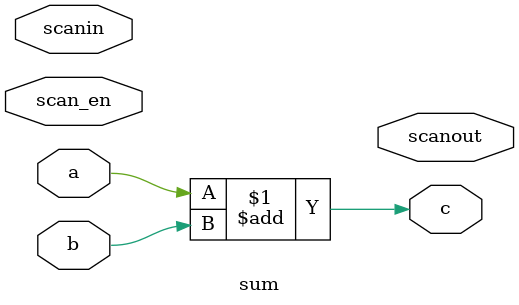
<source format=v>
module sum(a,b,scanin,scan_en,c,scanout);
input a,b,scanin,scan_en;
output c,scanout;

assign c = a+b;
endmodule

</source>
